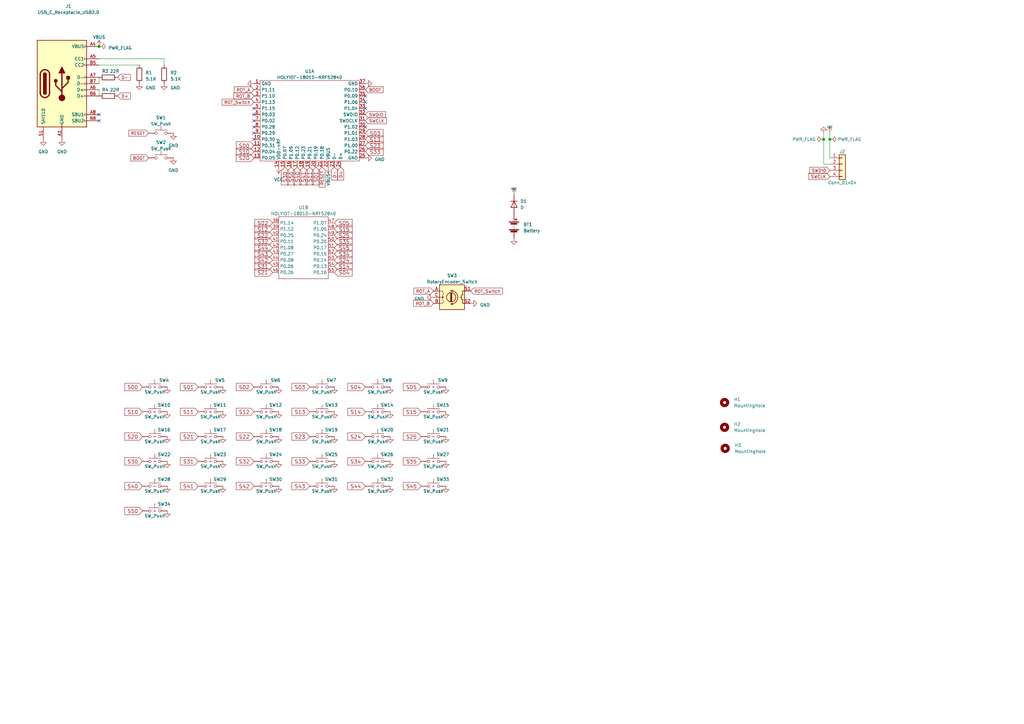
<source format=kicad_sch>
(kicad_sch (version 20210621) (generator eeschema)
  (paper "A3")
  (title_block (date "29 sep 2012"))
  (lib_symbols
    (symbol "Connector:USB_C_Receptacle_USB2.0" (pin_names (offset 1.016))
      (property "Reference" "J" (at -10.16 19.05 0))
      (property "Value" "USB_C_Receptacle_USB2.0" (at 19.05 19.05 0))
      (symbol "USB_C_Receptacle_USB2.0_0_0"
        (rectangle (start -0.254 -17.78) (end 0.254 -16.764))
        (rectangle (start 10.16 -14.986) (end 9.144 -15.494))
        (rectangle (start 10.16 -12.446) (end 9.144 -12.954))
        (rectangle (start 10.16 -4.826) (end 9.144 -5.334))
        (rectangle (start 10.16 -2.286) (end 9.144 -2.794))
        (rectangle (start 10.16 0.254) (end 9.144 -0.254))
        (rectangle (start 10.16 2.794) (end 9.144 2.286))
        (rectangle (start 10.16 7.874) (end 9.144 7.366))
        (rectangle (start 10.16 10.414) (end 9.144 9.906))
        (rectangle (start 10.16 15.494) (end 9.144 14.986))
      )
      (symbol "USB_C_Receptacle_USB2.0_0_1"
        (arc (start -8.89 -3.81) (end -5.08 -3.81) (radius (at -6.985 -3.81) (length 1.905) (angles -179.9 -0.1)) (stroke (width 0.508)))
        (arc (start -7.62 -3.81) (end -6.35 -3.81) (radius (at -6.985 -3.81) (length 0.635) (angles -179.9 -0.1)) (stroke (width 0.254)))
        (arc (start -6.35 3.81) (end -7.62 3.81) (radius (at -6.985 3.81) (length 0.635) (angles 0.1 179.9)) (stroke (width 0.254)))
        (arc (start -5.08 3.81) (end -8.89 3.81) (radius (at -6.985 3.81) (length 1.905) (angles 0.1 179.9)) (stroke (width 0.508)))
        (arc (start -7.62 -3.81) (end -6.35 -3.81) (radius (at -6.985 -3.81) (length 0.635) (angles -179.9 -0.1)) (stroke (width 0.254)) (fill (type outline)))
        (arc (start -6.35 3.81) (end -7.62 3.81) (radius (at -6.985 3.81) (length 0.635) (angles 0.1 179.9)) (stroke (width 0.254)) (fill (type outline)))
        (circle (center -2.54 1.143) (radius 0.635) (stroke (width 0.254)) (fill (type outline)))
        (circle (center 0 -5.842) (radius 1.27) (fill (type outline)))
        (rectangle (start -7.62 -3.81) (end -6.35 3.81) (stroke (width 0.254)) (fill (type outline)))
        (rectangle (start 1.905 1.778) (end 3.175 3.048) (stroke (width 0.254)) (fill (type outline)))
        (rectangle (start -10.16 17.78) (end 10.16 -17.78) (stroke (width 0.254)) (fill (type background)))
        (polyline (pts (xy -8.89 -3.81) (xy -8.89 3.81)) (stroke (width 0.508)))
        (polyline (pts (xy -5.08 3.81) (xy -5.08 -3.81)) (stroke (width 0.508)))
        (polyline (pts (xy 0 -5.842) (xy 0 4.318)) (stroke (width 0.508)))
        (polyline (pts (xy 0 -3.302) (xy -2.54 -0.762) (xy -2.54 0.508)) (stroke (width 0.508)))
        (polyline (pts (xy 0 -2.032) (xy 2.54 0.508) (xy 2.54 1.778)) (stroke (width 0.508)))
        (polyline (pts (xy -1.27 4.318) (xy 0 6.858) (xy 1.27 4.318) (xy -1.27 4.318)) (stroke (width 0.254)) (fill (type outline)))
      )
      (symbol "USB_C_Receptacle_USB2.0_1_1"
        (pin passive line (at 0 -22.86 90) (length 5.08) (name "GND") (number "A1"))
        (pin passive line (at 0 -22.86 90) (length 5.08) hide (name "GND") (number "A12"))
        (pin passive line (at 15.24 15.24 180) (length 5.08) (name "VBUS") (number "A4"))
        (pin bidirectional line (at 15.24 10.16 180) (length 5.08) (name "CC1") (number "A5"))
        (pin bidirectional line (at 15.24 -2.54 180) (length 5.08) (name "D+") (number "A6"))
        (pin bidirectional line (at 15.24 2.54 180) (length 5.08) (name "D-") (number "A7"))
        (pin bidirectional line (at 15.24 -12.7 180) (length 5.08) (name "SBU1") (number "A8"))
        (pin passive line (at 15.24 15.24 180) (length 5.08) hide (name "VBUS") (number "A9"))
        (pin passive line (at 0 -22.86 90) (length 5.08) hide (name "GND") (number "B1"))
        (pin passive line (at 0 -22.86 90) (length 5.08) hide (name "GND") (number "B12"))
        (pin passive line (at 15.24 15.24 180) (length 5.08) hide (name "VBUS") (number "B4"))
        (pin bidirectional line (at 15.24 7.62 180) (length 5.08) (name "CC2") (number "B5"))
        (pin bidirectional line (at 15.24 -5.08 180) (length 5.08) (name "D+") (number "B6"))
        (pin bidirectional line (at 15.24 0 180) (length 5.08) (name "D-") (number "B7"))
        (pin bidirectional line (at 15.24 -15.24 180) (length 5.08) (name "SBU2") (number "B8"))
        (pin passive line (at 15.24 15.24 180) (length 5.08) hide (name "VBUS") (number "B9"))
        (pin passive line (at -7.62 -22.86 90) (length 5.08) (name "SHIELD") (number "S1"))
      )
    )
    (symbol "Connector_Generic:Conn_01x04" (pin_names (offset 1.016) hide)
      (property "Reference" "J" (at 0 5.08 0))
      (property "Value" "Conn_01x04" (at 0 -7.62 0))
      (symbol "Conn_01x04_1_1"
        (rectangle (start -1.27 -4.953) (end 0 -5.207) (stroke (width 0.1524)))
        (rectangle (start -1.27 -2.413) (end 0 -2.667) (stroke (width 0.1524)))
        (rectangle (start -1.27 0.127) (end 0 -0.127) (stroke (width 0.1524)))
        (rectangle (start -1.27 2.667) (end 0 2.413) (stroke (width 0.1524)))
        (rectangle (start -1.27 3.81) (end 1.27 -6.35) (stroke (width 0.254)) (fill (type background)))
        (pin passive line (at -5.08 2.54 0) (length 3.81) (name "Pin_1") (number "1"))
        (pin passive line (at -5.08 0 0) (length 3.81) (name "Pin_2") (number "2"))
        (pin passive line (at -5.08 -2.54 0) (length 3.81) (name "Pin_3") (number "3"))
        (pin passive line (at -5.08 -5.08 0) (length 3.81) (name "Pin_4") (number "4"))
      )
    )
    (symbol "Device:Battery" (pin_numbers hide) (pin_names (offset 0) hide)
      (property "Reference" "BT" (at 2.54 2.54 0))
      (property "Value" "Battery" (at 2.54 0 0))
      (symbol "Battery_0_1"
        (rectangle (start -2.032 -1.397) (end 2.032 -1.651) (fill (type outline)))
        (rectangle (start -2.032 1.778) (end 2.032 1.524) (fill (type outline)))
        (rectangle (start -1.3208 -1.9812) (end 1.27 -2.4892) (fill (type outline)))
        (rectangle (start -1.3208 1.1938) (end 1.27 0.6858) (fill (type outline)))
        (polyline (pts (xy 0 -1.524) (xy 0 -1.27)))
        (polyline (pts (xy 0 -1.016) (xy 0 -0.762)))
        (polyline (pts (xy 0 -0.508) (xy 0 -0.254)))
        (polyline (pts (xy 0 0) (xy 0 0.254)))
        (polyline (pts (xy 0 0.508) (xy 0 0.762)))
        (polyline (pts (xy 0 1.778) (xy 0 2.54)))
        (polyline (pts (xy 0.254 2.667) (xy 1.27 2.667)) (stroke (width 0.254)))
        (polyline (pts (xy 0.762 3.175) (xy 0.762 2.159)) (stroke (width 0.254)))
      )
      (symbol "Battery_1_1"
        (pin passive line (at 0 5.08 270) (length 2.54) (name "+") (number "1"))
        (pin passive line (at 0 -5.08 90) (length 2.54) (name "-") (number "2"))
      )
    )
    (symbol "Device:D" (pin_numbers hide) (pin_names (offset 1.016) hide)
      (property "Reference" "D" (at 0 2.54 0))
      (property "Value" "D" (at 0 -2.54 0))
      (symbol "D_0_1"
        (polyline (pts (xy -1.27 1.27) (xy -1.27 -1.27)) (stroke (width 0.254)))
        (polyline (pts (xy 1.27 0) (xy -1.27 0)))
        (polyline (pts (xy 1.27 1.27) (xy 1.27 -1.27) (xy -1.27 0) (xy 1.27 1.27)) (stroke (width 0.254)))
      )
      (symbol "D_1_1"
        (pin passive line (at -3.81 0 0) (length 2.54) (name "K") (number "1"))
        (pin passive line (at 3.81 0 180) (length 2.54) (name "A") (number "2"))
      )
    )
    (symbol "Device:R" (pin_numbers hide) (pin_names (offset 0))
      (property "Reference" "R" (at 2.032 0 90))
      (property "Value" "R" (at 0 0 90))
      (symbol "R_0_1"
        (rectangle (start -1.016 -2.54) (end 1.016 2.54) (stroke (width 0.254)))
      )
      (symbol "R_1_1"
        (pin passive line (at 0 3.81 270) (length 1.27) (name "~") (number "1"))
        (pin passive line (at 0 -3.81 90) (length 1.27) (name "~") (number "2"))
      )
    )
    (symbol "Device:RotaryEncoder_Switch" (pin_names (offset 0.254) hide)
      (property "Reference" "SW" (at 0 6.604 0))
      (property "Value" "RotaryEncoder_Switch" (at 0 -6.604 0))
      (symbol "RotaryEncoder_Switch_0_1"
        (arc (start -0.381 -2.794) (end -0.381 2.667) (radius (at -0.381 -0.0508) (length 2.7432) (angles -89.9 89.9)) (stroke (width 0.254)))
        (circle (center -0.381 0) (radius 1.905) (stroke (width 0.254)))
        (circle (center 4.318 -1.016) (radius 0.127) (stroke (width 0.254)))
        (circle (center 4.318 1.016) (radius 0.127) (stroke (width 0.254)))
        (circle (center -3.81 0) (radius 0.254) (fill (type outline)))
        (rectangle (start -5.08 5.08) (end 5.08 -5.08) (stroke (width 0.254)) (fill (type background)))
        (polyline (pts (xy -0.635 -1.778) (xy -0.635 1.778)) (stroke (width 0.254)))
        (polyline (pts (xy -0.381 -1.778) (xy -0.381 1.778)) (stroke (width 0.254)))
        (polyline (pts (xy -0.127 1.778) (xy -0.127 -1.778)) (stroke (width 0.254)))
        (polyline (pts (xy 3.81 0) (xy 3.429 0)) (stroke (width 0.254)))
        (polyline (pts (xy 3.81 1.016) (xy 3.81 -1.016)) (stroke (width 0.254)))
        (polyline (pts (xy -5.08 -2.54) (xy -3.81 -2.54) (xy -3.81 -2.032)))
        (polyline (pts (xy -5.08 2.54) (xy -3.81 2.54) (xy -3.81 2.032)))
        (polyline (pts (xy 0.254 -3.048) (xy -0.508 -2.794) (xy 0.127 -2.413)) (stroke (width 0.254)))
        (polyline (pts (xy 0.254 2.921) (xy -0.508 2.667) (xy 0.127 2.286)) (stroke (width 0.254)))
        (polyline (pts (xy 5.08 -2.54) (xy 4.318 -2.54) (xy 4.318 -1.016)) (stroke (width 0.254)))
        (polyline (pts (xy 5.08 2.54) (xy 4.318 2.54) (xy 4.318 1.016)) (stroke (width 0.254)))
        (polyline (pts (xy -5.08 0) (xy -3.81 0) (xy -3.81 -1.016) (xy -3.302 -2.032)))
        (polyline (pts (xy -4.318 0) (xy -3.81 0) (xy -3.81 1.016) (xy -3.302 2.032)))
      )
      (symbol "RotaryEncoder_Switch_1_1"
        (pin passive line (at -7.62 2.54 0) (length 2.54) (name "A") (number "A"))
        (pin passive line (at -7.62 -2.54 0) (length 2.54) (name "B") (number "B"))
        (pin passive line (at -7.62 0 0) (length 2.54) (name "C") (number "C"))
        (pin passive line (at 7.62 2.54 180) (length 2.54) (name "S1") (number "S1"))
        (pin passive line (at 7.62 -2.54 180) (length 2.54) (name "S2") (number "S2"))
      )
    )
    (symbol "Mechanical:MountingHole" (pin_names (offset 1.016))
      (property "Reference" "H" (at 0 5.08 0))
      (property "Value" "MountingHole" (at 0 3.175 0))
      (symbol "MountingHole_0_1"
        (circle (center 0 0) (radius 1.27) (stroke (width 1.27)))
      )
    )
    (symbol "Switch:SW_Push" (pin_numbers hide) (pin_names (offset 1.016) hide)
      (property "Reference" "SW" (at 1.27 2.54 0))
      (property "Value" "SW_Push" (at 0 -1.524 0))
      (symbol "SW_Push_0_1"
        (circle (center -2.032 0) (radius 0.508))
        (circle (center 2.032 0) (radius 0.508))
        (polyline (pts (xy 0 1.27) (xy 0 3.048)))
        (polyline (pts (xy 2.54 1.27) (xy -2.54 1.27)))
        (pin passive line (at -5.08 0 0) (length 2.54) (name "1") (number "1"))
        (pin passive line (at 5.08 0 180) (length 2.54) (name "2") (number "2"))
      )
    )
    (symbol "blackwing:HOLYIOT-18010-NRF52840"
      (property "Reference" "U" (at 0 0 0))
      (property "Value" "HOLYIOT-18010-NRF52840" (at 0 0 0))
      (symbol "HOLYIOT-18010-NRF52840_1_1"
        (rectangle (start -20.32 -2.54) (end 20.32 -35.56) (stroke (width 0.1524)))
        (pin power_in line (at -22.86 -3.81 0) (length 2.54) (name "GND") (number "1"))
        (pin bidirectional line (at -22.86 -26.67 0) (length 2.54) (name "P0.30") (number "10"))
        (pin bidirectional line (at -22.86 -29.21 0) (length 2.54) (name "P0.31") (number "11"))
        (pin bidirectional line (at -22.86 -31.75 0) (length 2.54) (name "P0.04") (number "12"))
        (pin bidirectional line (at -22.86 -34.29 0) (length 2.54) (name "P0.05") (number "13"))
        (pin power_in line (at -12.7 -38.1 90) (length 2.54) (name "VDD-nRF") (number "14"))
        (pin bidirectional line (at -10.16 -38.1 90) (length 2.54) (name "P0.07") (number "15"))
        (pin bidirectional line (at -7.62 -38.1 90) (length 2.54) (name "P1.09") (number "16"))
        (pin bidirectional line (at -5.08 -38.1 90) (length 2.54) (name "P0.12") (number "17"))
        (pin bidirectional line (at -2.54 -38.1 90) (length 2.54) (name "P0.23") (number "18"))
        (pin bidirectional line (at 0 -38.1 90) (length 2.54) (name "P0.21") (number "19"))
        (pin bidirectional line (at -22.86 -6.35 0) (length 2.54) (name "P1.11") (number "2"))
        (pin bidirectional line (at 2.54 -38.1 90) (length 2.54) (name "P0.19") (number "20"))
        (pin bidirectional line (at 5.08 -38.1 90) (length 2.54) (name "P0.18") (number "21"))
        (pin power_in line (at 7.62 -38.1 90) (length 2.54) (name "VBUS") (number "22"))
        (pin bidirectional line (at 10.16 -38.1 90) (length 2.54) (name "D-") (number "23"))
        (pin bidirectional line (at 12.7 -38.1 90) (length 2.54) (name "D+") (number "24"))
        (pin power_in line (at 22.86 -34.29 180) (length 2.54) (name "GND") (number "25"))
        (pin bidirectional line (at 22.86 -31.75 180) (length 2.54) (name "P0.22") (number "26"))
        (pin bidirectional line (at 22.86 -29.21 180) (length 2.54) (name "P1.00") (number "27"))
        (pin bidirectional line (at 22.86 -26.67 180) (length 2.54) (name "P1.03") (number "28"))
        (pin bidirectional line (at 22.86 -24.13 180) (length 2.54) (name "P1.01") (number "29"))
        (pin bidirectional line (at -22.86 -8.89 0) (length 2.54) (name "P1.10") (number "3"))
        (pin bidirectional line (at 22.86 -21.59 180) (length 2.54) (name "P1.02") (number "30"))
        (pin bidirectional line (at 22.86 -19.05 180) (length 2.54) (name "SWDCLK") (number "31"))
        (pin bidirectional line (at 22.86 -16.51 180) (length 2.54) (name "SWDIO") (number "32"))
        (pin bidirectional line (at 22.86 -13.97 180) (length 2.54) (name "P1.04") (number "33"))
        (pin bidirectional line (at 22.86 -11.43 180) (length 2.54) (name "P1.06") (number "34"))
        (pin bidirectional line (at 22.86 -8.89 180) (length 2.54) (name "P0.09") (number "35"))
        (pin bidirectional line (at 22.86 -6.35 180) (length 2.54) (name "P0.10") (number "36"))
        (pin power_in line (at 22.86 -3.81 180) (length 2.54) (name "GND") (number "37"))
        (pin bidirectional line (at -22.86 -11.43 0) (length 2.54) (name "P1.13") (number "4"))
        (pin bidirectional line (at -22.86 -13.97 0) (length 2.54) (name "P1.15") (number "5"))
        (pin bidirectional line (at -22.86 -16.51 0) (length 2.54) (name "P0.03") (number "6"))
        (pin bidirectional line (at -22.86 -19.05 0) (length 2.54) (name "P0.02") (number "7"))
        (pin bidirectional line (at -22.86 -21.59 0) (length 2.54) (name "P0.28") (number "8"))
        (pin bidirectional line (at -22.86 -24.13 0) (length 2.54) (name "P0.29") (number "9"))
      )
      (symbol "HOLYIOT-18010-NRF52840_2_1"
        (rectangle (start 10.16 -27.94) (end -10.16 -2.54) (stroke (width 0.1524)))
        (pin bidirectional line (at -12.7 -5.08 0) (length 2.54) (name "P1.14") (number "38"))
        (pin bidirectional line (at -12.7 -7.62 0) (length 2.54) (name "P1.12") (number "39"))
        (pin bidirectional line (at -12.7 -10.16 0) (length 2.54) (name "P0.25") (number "40"))
        (pin bidirectional line (at -12.7 -12.7 0) (length 2.54) (name "P0.11") (number "41"))
        (pin bidirectional line (at -12.7 -15.24 0) (length 2.54) (name "P1.08") (number "42"))
        (pin bidirectional line (at -12.7 -17.78 0) (length 2.54) (name "P0.27") (number "43"))
        (pin bidirectional line (at -12.7 -20.32 0) (length 2.54) (name "P0.08") (number "44"))
        (pin bidirectional line (at -12.7 -22.86 0) (length 2.54) (name "P0.06") (number "45"))
        (pin bidirectional line (at -12.7 -25.4 0) (length 2.54) (name "P0.26") (number "46"))
        (pin bidirectional line (at 12.7 -5.08 180) (length 2.54) (name "P1.07") (number "47"))
        (pin bidirectional line (at 12.7 -7.62 180) (length 2.54) (name "P1.05") (number "48"))
        (pin bidirectional line (at 12.7 -10.16 180) (length 2.54) (name "P0.24") (number "49"))
        (pin bidirectional line (at 12.7 -12.7 180) (length 2.54) (name "P0.20") (number "50"))
        (pin bidirectional line (at 12.7 -15.24 180) (length 2.54) (name "P0.17") (number "51"))
        (pin bidirectional line (at 12.7 -17.78 180) (length 2.54) (name "P0.15") (number "52"))
        (pin bidirectional line (at 12.7 -20.32 180) (length 2.54) (name "P0.14") (number "53"))
        (pin bidirectional line (at 12.7 -22.86 180) (length 2.54) (name "P0.13") (number "54"))
        (pin bidirectional line (at 12.7 -25.4 180) (length 2.54) (name "P0.16") (number "55"))
      )
    )
    (symbol "power:GND" (power) (pin_names (offset 0))
      (property "Value" "GND" (at 0 -3.81 0))
      (symbol "GND_0_1"
        (polyline (pts (xy 0 0) (xy 0 -1.27) (xy 1.27 -1.27) (xy 0 -2.54) (xy -1.27 -1.27) (xy 0 -1.27)))
      )
      (symbol "GND_1_1"
        (pin power_in line (at 0 0 270) (length 0) hide (name "GND") (number "1"))
      )
    )
    (symbol "power:PWR_FLAG" (power) (pin_numbers hide) (pin_names (offset 0) hide)
      (property "Value" "PWR_FLAG" (at 0 3.81 0))
      (symbol "PWR_FLAG_0_0"
        (pin power_out line (at 0 0 90) (length 0) (name "pwr") (number "1"))
      )
      (symbol "PWR_FLAG_0_1"
        (polyline (pts (xy 0 0) (xy 0 1.27) (xy -1.016 1.905) (xy 0 2.54) (xy 1.016 1.905) (xy 0 1.27)))
      )
    )
    (symbol "power:VBUS" (power) (pin_names (offset 0))
      (property "Value" "VBUS" (at 0 3.81 0))
      (symbol "VBUS_0_1"
        (polyline (pts (xy -0.762 1.27) (xy 0 2.54)))
        (polyline (pts (xy 0 0) (xy 0 2.54)))
        (polyline (pts (xy 0 2.54) (xy 0.762 1.27)))
      )
      (symbol "VBUS_1_1"
        (pin power_in line (at 0 0 90) (length 0) hide (name "VBUS") (number "1"))
      )
    )
    (symbol "power:VCC" (power) (pin_names (offset 0))
      (property "Value" "VCC" (at 0 3.81 0))
      (symbol "VCC_0_1"
        (polyline (pts (xy -0.762 1.27) (xy 0 2.54)))
        (polyline (pts (xy 0 0) (xy 0 2.54)))
        (polyline (pts (xy 0 2.54) (xy 0.762 1.27)))
      )
      (symbol "VCC_1_1"
        (pin power_in line (at 0 0 90) (length 0) hide (name "VCC") (number "1"))
      )
    )
  )
  (junction (at 40.64 19.05) (diameter 1.016))
  (junction (at 337.82 57.15) (diameter 1.016))
  (junction (at 340.36 57.15) (diameter 1.016))
  (no_connect (at 40.64 46.99))
  (no_connect (at 40.64 49.53))
  (no_connect (at 104.14 44.45))
  (no_connect (at 104.14 46.99))
  (no_connect (at 104.14 49.53))
  (no_connect (at 104.14 52.07))
  (no_connect (at 104.14 54.61))
  (no_connect (at 104.14 57.15))
  (no_connect (at 149.86 39.37))
  (no_connect (at 149.86 41.91))
  (no_connect (at 149.86 44.45))
  (no_connect (at 149.86 52.07))
  (wire (pts (xy 40.64 24.13) (xy 67.31 24.13)))
  (wire (pts (xy 40.64 26.67) (xy 57.15 26.67)))
  (wire (pts (xy 40.64 31.75) (xy 40.64 34.29)))
  (wire (pts (xy 40.64 36.83) (xy 40.64 39.37)))
  (wire (pts (xy 67.31 24.13) (xy 67.31 26.67)))
  (wire (pts (xy 337.82 54.61) (xy 337.82 57.15)))
  (wire (pts (xy 337.82 57.15) (xy 337.82 67.31)))
  (wire (pts (xy 337.82 67.31) (xy 340.36 67.31)))
  (wire (pts (xy 340.36 54.61) (xy 340.36 57.15)))
  (wire (pts (xy 340.36 57.15) (xy 340.36 64.77)))
  (global_label "D-" (shape input) (at 48.26 31.75 0) (property "Intersheet References" "${INTERSHEET_REFS}" (effects hide)))
  (global_label "D+" (shape input) (at 48.26 39.37 0) (property "Intersheet References" "${INTERSHEET_REFS}" (effects hide)))
  (global_label "S00" (shape input) (at 58.42 158.75 180) (effects (font (size 1.524 1.524))) (property "Intersheet References" "${INTERSHEET_REFS}" (effects hide)))
  (global_label "S10" (shape input) (at 58.42 168.91 180) (effects (font (size 1.524 1.524))) (property "Intersheet References" "${INTERSHEET_REFS}" (effects hide)))
  (global_label "S20" (shape input) (at 58.42 179.07 180) (effects (font (size 1.524 1.524))) (property "Intersheet References" "${INTERSHEET_REFS}" (effects hide)))
  (global_label "S30" (shape input) (at 58.42 189.23 180) (effects (font (size 1.524 1.524))) (property "Intersheet References" "${INTERSHEET_REFS}" (effects hide)))
  (global_label "S40" (shape input) (at 58.42 199.39 180) (effects (font (size 1.524 1.524))) (property "Intersheet References" "${INTERSHEET_REFS}" (effects hide)))
  (global_label "S50" (shape input) (at 58.42 209.55 180) (effects (font (size 1.524 1.524))) (property "Intersheet References" "${INTERSHEET_REFS}" (effects hide)))
  (global_label "RESET" (shape input) (at 60.96 54.61 180) (property "Intersheet References" "${INTERSHEET_REFS}" (effects hide)))
  (global_label "BOOT" (shape input) (at 60.96 64.77 180) (property "Intersheet References" "${INTERSHEET_REFS}" (effects hide)))
  (global_label "S01" (shape input) (at 81.28 158.75 180) (effects (font (size 1.524 1.524))) (property "Intersheet References" "${INTERSHEET_REFS}" (effects hide)))
  (global_label "S11" (shape input) (at 81.28 168.91 180) (effects (font (size 1.524 1.524))) (property "Intersheet References" "${INTERSHEET_REFS}" (effects hide)))
  (global_label "S21" (shape input) (at 81.28 179.07 180) (effects (font (size 1.524 1.524))) (property "Intersheet References" "${INTERSHEET_REFS}" (effects hide)))
  (global_label "S31" (shape input) (at 81.28 189.23 180) (effects (font (size 1.524 1.524))) (property "Intersheet References" "${INTERSHEET_REFS}" (effects hide)))
  (global_label "S41" (shape input) (at 81.28 199.39 180) (effects (font (size 1.524 1.524))) (property "Intersheet References" "${INTERSHEET_REFS}" (effects hide)))
  (global_label "ROT_A" (shape input) (at 104.14 36.83 180) (property "Intersheet References" "${INTERSHEET_REFS}" (effects hide)))
  (global_label "ROT_B" (shape input) (at 104.14 39.37 180) (property "Intersheet References" "${INTERSHEET_REFS}" (effects hide)))
  (global_label "ROT_Switch" (shape input) (at 104.14 41.91 180) (property "Intersheet References" "${INTERSHEET_REFS}" (effects hide)))
  (global_label "S00" (shape input) (at 104.14 59.69 180) (effects (font (size 1.524 1.524))) (property "Intersheet References" "${INTERSHEET_REFS}" (effects hide)))
  (global_label "S10" (shape input) (at 104.14 62.23 180) (effects (font (size 1.524 1.524))) (property "Intersheet References" "${INTERSHEET_REFS}" (effects hide)))
  (global_label "S20" (shape input) (at 104.14 64.77 180) (effects (font (size 1.524 1.524))) (property "Intersheet References" "${INTERSHEET_REFS}" (effects hide)))
  (global_label "S02" (shape input) (at 104.14 158.75 180) (effects (font (size 1.524 1.524))) (property "Intersheet References" "${INTERSHEET_REFS}" (effects hide)))
  (global_label "S12" (shape input) (at 104.14 168.91 180) (effects (font (size 1.524 1.524))) (property "Intersheet References" "${INTERSHEET_REFS}" (effects hide)))
  (global_label "S22" (shape input) (at 104.14 179.07 180) (effects (font (size 1.524 1.524))) (property "Intersheet References" "${INTERSHEET_REFS}" (effects hide)))
  (global_label "S32" (shape input) (at 104.14 189.23 180) (effects (font (size 1.524 1.524))) (property "Intersheet References" "${INTERSHEET_REFS}" (effects hide)))
  (global_label "S42" (shape input) (at 104.14 199.39 180) (effects (font (size 1.524 1.524))) (property "Intersheet References" "${INTERSHEET_REFS}" (effects hide)))
  (global_label "S02" (shape input) (at 111.76 91.44 180) (effects (font (size 1.524 1.524))) (property "Intersheet References" "${INTERSHEET_REFS}" (effects hide)))
  (global_label "S12" (shape input) (at 111.76 93.98 180) (effects (font (size 1.524 1.524))) (property "Intersheet References" "${INTERSHEET_REFS}" (effects hide)))
  (global_label "S22" (shape input) (at 111.76 96.52 180) (effects (font (size 1.524 1.524))) (property "Intersheet References" "${INTERSHEET_REFS}" (effects hide)))
  (global_label "S32" (shape input) (at 111.76 99.06 180) (effects (font (size 1.524 1.524))) (property "Intersheet References" "${INTERSHEET_REFS}" (effects hide)))
  (global_label "S44" (shape input) (at 111.76 101.6 180) (effects (font (size 1.524 1.524))) (property "Intersheet References" "${INTERSHEET_REFS}" (effects hide)))
  (global_label "S43" (shape input) (at 111.76 104.14 180) (effects (font (size 1.524 1.524))) (property "Intersheet References" "${INTERSHEET_REFS}" (effects hide)))
  (global_label "S42" (shape input) (at 111.76 106.68 180) (effects (font (size 1.524 1.524))) (property "Intersheet References" "${INTERSHEET_REFS}" (effects hide)))
  (global_label "S31" (shape input) (at 111.76 109.22 180) (effects (font (size 1.524 1.524))) (property "Intersheet References" "${INTERSHEET_REFS}" (effects hide)))
  (global_label "S21" (shape input) (at 111.76 111.76 180) (effects (font (size 1.524 1.524))) (property "Intersheet References" "${INTERSHEET_REFS}" (effects hide)))
  (global_label "S30" (shape input) (at 116.84 68.58 270) (effects (font (size 1.524 1.524))) (property "Intersheet References" "${INTERSHEET_REFS}" (effects hide)))
  (global_label "S50" (shape input) (at 119.38 68.58 270) (effects (font (size 1.524 1.524))) (property "Intersheet References" "${INTERSHEET_REFS}" (effects hide)))
  (global_label "S40" (shape input) (at 121.92 68.58 270) (effects (font (size 1.524 1.524))) (property "Intersheet References" "${INTERSHEET_REFS}" (effects hide)))
  (global_label "S41" (shape input) (at 124.46 68.58 270) (effects (font (size 1.524 1.524))) (property "Intersheet References" "${INTERSHEET_REFS}" (effects hide)))
  (global_label "S11" (shape input) (at 127 68.58 270) (effects (font (size 1.524 1.524))) (property "Intersheet References" "${INTERSHEET_REFS}" (effects hide)))
  (global_label "S03" (shape input) (at 127 158.75 180) (effects (font (size 1.524 1.524))) (property "Intersheet References" "${INTERSHEET_REFS}" (effects hide)))
  (global_label "S13" (shape input) (at 127 168.91 180) (effects (font (size 1.524 1.524))) (property "Intersheet References" "${INTERSHEET_REFS}" (effects hide)))
  (global_label "S23" (shape input) (at 127 179.07 180) (effects (font (size 1.524 1.524))) (property "Intersheet References" "${INTERSHEET_REFS}" (effects hide)))
  (global_label "S33" (shape input) (at 127 189.23 180) (effects (font (size 1.524 1.524))) (property "Intersheet References" "${INTERSHEET_REFS}" (effects hide)))
  (global_label "S43" (shape input) (at 127 199.39 180) (effects (font (size 1.524 1.524))) (property "Intersheet References" "${INTERSHEET_REFS}" (effects hide)))
  (global_label "S01" (shape input) (at 129.54 68.58 270) (effects (font (size 1.524 1.524))) (property "Intersheet References" "${INTERSHEET_REFS}" (effects hide)))
  (global_label "RESET" (shape input) (at 132.08 68.58 270) (property "Intersheet References" "${INTERSHEET_REFS}" (effects hide)))
  (global_label "D-" (shape input) (at 137.16 68.58 270) (property "Intersheet References" "${INTERSHEET_REFS}" (effects hide)))
  (global_label "S05" (shape input) (at 137.16 91.44 0) (effects (font (size 1.524 1.524))) (property "Intersheet References" "${INTERSHEET_REFS}" (effects hide)))
  (global_label "S15" (shape input) (at 137.16 93.98 0) (effects (font (size 1.524 1.524))) (property "Intersheet References" "${INTERSHEET_REFS}" (effects hide)))
  (global_label "S25" (shape input) (at 137.16 96.52 0) (effects (font (size 1.524 1.524))) (property "Intersheet References" "${INTERSHEET_REFS}" (effects hide)))
  (global_label "S35" (shape input) (at 137.16 99.06 0) (effects (font (size 1.524 1.524))) (property "Intersheet References" "${INTERSHEET_REFS}" (effects hide)))
  (global_label "S45" (shape input) (at 137.16 101.6 0) (effects (font (size 1.524 1.524))) (property "Intersheet References" "${INTERSHEET_REFS}" (effects hide)))
  (global_label "S34" (shape input) (at 137.16 104.14 0) (effects (font (size 1.524 1.524))) (property "Intersheet References" "${INTERSHEET_REFS}" (effects hide)))
  (global_label "S24" (shape input) (at 137.16 106.68 0) (effects (font (size 1.524 1.524))) (property "Intersheet References" "${INTERSHEET_REFS}" (effects hide)))
  (global_label "S14" (shape input) (at 137.16 109.22 0) (effects (font (size 1.524 1.524))) (property "Intersheet References" "${INTERSHEET_REFS}" (effects hide)))
  (global_label "S04" (shape input) (at 137.16 111.76 0) (effects (font (size 1.524 1.524))) (property "Intersheet References" "${INTERSHEET_REFS}" (effects hide)))
  (global_label "D+" (shape input) (at 139.7 68.58 270) (property "Intersheet References" "${INTERSHEET_REFS}" (effects hide)))
  (global_label "BOOT" (shape input) (at 149.86 36.83 0) (property "Intersheet References" "${INTERSHEET_REFS}" (effects hide)))
  (global_label "SWDIO" (shape input) (at 149.86 46.99 0) (property "Intersheet References" "${INTERSHEET_REFS}" (effects hide)))
  (global_label "SWCLK" (shape input) (at 149.86 49.53 0) (property "Intersheet References" "${INTERSHEET_REFS}" (effects hide)))
  (global_label "S03" (shape input) (at 149.86 54.61 0) (effects (font (size 1.524 1.524))) (property "Intersheet References" "${INTERSHEET_REFS}" (effects hide)))
  (global_label "S13" (shape input) (at 149.86 57.15 0) (effects (font (size 1.524 1.524))) (property "Intersheet References" "${INTERSHEET_REFS}" (effects hide)))
  (global_label "S23" (shape input) (at 149.86 59.69 0) (effects (font (size 1.524 1.524))) (property "Intersheet References" "${INTERSHEET_REFS}" (effects hide)))
  (global_label "S33" (shape input) (at 149.86 62.23 0) (effects (font (size 1.524 1.524))) (property "Intersheet References" "${INTERSHEET_REFS}" (effects hide)))
  (global_label "S04" (shape input) (at 149.86 158.75 180) (effects (font (size 1.524 1.524))) (property "Intersheet References" "${INTERSHEET_REFS}" (effects hide)))
  (global_label "S14" (shape input) (at 149.86 168.91 180) (effects (font (size 1.524 1.524))) (property "Intersheet References" "${INTERSHEET_REFS}" (effects hide)))
  (global_label "S24" (shape input) (at 149.86 179.07 180) (effects (font (size 1.524 1.524))) (property "Intersheet References" "${INTERSHEET_REFS}" (effects hide)))
  (global_label "S34" (shape input) (at 149.86 189.23 180) (effects (font (size 1.524 1.524))) (property "Intersheet References" "${INTERSHEET_REFS}" (effects hide)))
  (global_label "S44" (shape input) (at 149.86 199.39 180) (effects (font (size 1.524 1.524))) (property "Intersheet References" "${INTERSHEET_REFS}" (effects hide)))
  (global_label "S05" (shape input) (at 172.72 158.75 180) (effects (font (size 1.524 1.524))) (property "Intersheet References" "${INTERSHEET_REFS}" (effects hide)))
  (global_label "S15" (shape input) (at 172.72 168.91 180) (effects (font (size 1.524 1.524))) (property "Intersheet References" "${INTERSHEET_REFS}" (effects hide)))
  (global_label "S25" (shape input) (at 172.72 179.07 180) (effects (font (size 1.524 1.524))) (property "Intersheet References" "${INTERSHEET_REFS}" (effects hide)))
  (global_label "S35" (shape input) (at 172.72 189.23 180) (effects (font (size 1.524 1.524))) (property "Intersheet References" "${INTERSHEET_REFS}" (effects hide)))
  (global_label "S45" (shape input) (at 172.72 199.39 180) (effects (font (size 1.524 1.524))) (property "Intersheet References" "${INTERSHEET_REFS}" (effects hide)))
  (global_label "ROT_A" (shape input) (at 177.8 119.38 180) (property "Intersheet References" "${INTERSHEET_REFS}" (effects hide)))
  (global_label "ROT_B" (shape input) (at 177.8 124.46 180) (property "Intersheet References" "${INTERSHEET_REFS}" (effects hide)))
  (global_label "ROT_Switch" (shape input) (at 193.04 119.38 0) (property "Intersheet References" "${INTERSHEET_REFS}" (effects hide)))
  (global_label "SWDIO" (shape input) (at 340.36 69.85 180) (property "Intersheet References" "${INTERSHEET_REFS}" (effects hide)))
  (global_label "SWCLK" (shape input) (at 340.36 72.39 180) (property "Intersheet References" "${INTERSHEET_REFS}" (effects hide)))
  (symbol (lib_id "power:VBUS") (at 40.64 19.05 0) (unit 1)
    (property "Reference" "#PWR01" (effects hide))
    (property "Value" "VBUS" (at 40.64 15.24 0))
  )
  (symbol (lib_id "power:VCC") (at 114.3 68.58 180) (unit 1)
    (property "Reference" "#PWR013" (effects hide))
    (property "Value" "VCC" (at 114.3 73.66 0))
  )
  (symbol (lib_id "power:VBUS") (at 134.62 68.58 180) (unit 1)
    (property "Reference" "#PWR014" (effects hide))
    (property "Value" "VBUS" (at 134.62 73.66 90))
  )
  (symbol (lib_id "power:VCC") (at 210.82 80.01 0) (mirror y) (unit 1)
    (property "Reference" "#PWR0101" (effects hide))
    (property "Value" "VCC" (at 210.82 77.47 0) (effects (font (size 0.762 0.762))))
  )
  (symbol (lib_id "power:VCC") (at 340.36 54.61 0) (mirror y) (unit 1)
    (property "Reference" "#PWR08" (effects hide))
    (property "Value" "VCC" (at 340.36 52.07 0) (effects (font (size 0.762 0.762))))
  )
  (symbol (lib_id "power:PWR_FLAG") (at 40.64 19.05 270) (unit 1)
    (property "Reference" "#FLG01" (effects hide))
    (property "Value" "PWR_FLAG" (at 44.45 19.6849 90) (effects (justify left)))
  )
  (symbol (lib_id "power:PWR_FLAG") (at 337.82 57.15 90) (unit 1)
    (property "Reference" "#FLG02" (effects hide))
    (property "Value" "PWR_FLAG" (at 334.5688 57.15 90) (effects (justify left)))
  )
  (symbol (lib_id "power:PWR_FLAG") (at 340.36 57.15 270) (unit 1)
    (property "Reference" "#FLG03" (effects hide))
    (property "Value" "PWR_FLAG" (at 343.6112 57.15 90) (effects (justify left)))
  )
  (symbol (lib_id "power:GND") (at 17.78 57.15 0) (unit 1)
    (property "Reference" "#PWR09" (effects hide))
    (property "Value" "GND" (at 17.78 62.23 0))
  )
  (symbol (lib_id "power:GND") (at 25.4 57.15 0) (unit 1)
    (property "Reference" "#PWR010" (effects hide))
    (property "Value" "GND" (at 25.4 62.23 0))
  )
  (symbol (lib_id "power:GND") (at 57.15 34.29 0) (unit 1)
    (property "Reference" "#PWR02" (effects hide))
    (property "Value" "GND" (at 59.69 36.0044 0) (effects (justify left)))
  )
  (symbol (lib_id "power:GND") (at 67.31 34.29 0) (unit 1)
    (property "Reference" "#PWR03" (effects hide))
    (property "Value" "GND" (at 69.85 36.0044 0) (effects (justify left)))
  )
  (symbol (lib_id "power:GND") (at 68.58 158.75 0) (unit 1)
    (property "Reference" "#PWR019" (effects hide))
    (property "Value" "GND" (effects hide))
  )
  (symbol (lib_id "power:GND") (at 68.58 168.91 0) (unit 1)
    (property "Reference" "#PWR025" (effects hide))
    (property "Value" "GND" (effects hide))
  )
  (symbol (lib_id "power:GND") (at 68.58 179.07 0) (unit 1)
    (property "Reference" "#PWR031" (effects hide))
    (property "Value" "GND" (effects hide))
  )
  (symbol (lib_id "power:GND") (at 68.58 189.23 0) (unit 1)
    (property "Reference" "#PWR037" (effects hide))
    (property "Value" "GND" (effects hide))
  )
  (symbol (lib_id "power:GND") (at 68.58 199.39 0) (unit 1)
    (property "Reference" "#PWR043" (effects hide))
    (property "Value" "GND" (effects hide))
  )
  (symbol (lib_id "power:GND") (at 68.58 209.55 0) (unit 1)
    (property "Reference" "#PWR049" (effects hide))
    (property "Value" "GND" (effects hide))
  )
  (symbol (lib_id "power:GND") (at 71.12 54.61 0) (unit 1)
    (property "Reference" "#PWR06" (effects hide))
    (property "Value" "GND" (at 71.12 59.69 0))
  )
  (symbol (lib_id "power:GND") (at 71.12 64.77 0) (unit 1)
    (property "Reference" "#PWR011" (effects hide))
    (property "Value" "GND" (at 71.12 69.85 0))
  )
  (symbol (lib_id "power:GND") (at 91.44 158.75 0) (unit 1)
    (property "Reference" "#PWR020" (effects hide))
    (property "Value" "GND" (effects hide))
  )
  (symbol (lib_id "power:GND") (at 91.44 168.91 0) (unit 1)
    (property "Reference" "#PWR026" (effects hide))
    (property "Value" "GND" (effects hide))
  )
  (symbol (lib_id "power:GND") (at 91.44 179.07 0) (unit 1)
    (property "Reference" "#PWR032" (effects hide))
    (property "Value" "GND" (effects hide))
  )
  (symbol (lib_id "power:GND") (at 91.44 189.23 0) (unit 1)
    (property "Reference" "#PWR038" (effects hide))
    (property "Value" "GND" (effects hide))
  )
  (symbol (lib_id "power:GND") (at 91.44 199.39 0) (unit 1)
    (property "Reference" "#PWR044" (effects hide))
    (property "Value" "GND" (effects hide))
  )
  (symbol (lib_id "power:GND") (at 104.14 34.29 270) (unit 1)
    (property "Reference" "#PWR04" (effects hide))
    (property "Value" "GND" (effects hide))
  )
  (symbol (lib_id "power:GND") (at 114.3 158.75 0) (unit 1)
    (property "Reference" "#PWR021" (effects hide))
    (property "Value" "GND" (effects hide))
  )
  (symbol (lib_id "power:GND") (at 114.3 168.91 0) (unit 1)
    (property "Reference" "#PWR027" (effects hide))
    (property "Value" "GND" (effects hide))
  )
  (symbol (lib_id "power:GND") (at 114.3 179.07 0) (unit 1)
    (property "Reference" "#PWR033" (effects hide))
    (property "Value" "GND" (effects hide))
  )
  (symbol (lib_id "power:GND") (at 114.3 189.23 0) (unit 1)
    (property "Reference" "#PWR039" (effects hide))
    (property "Value" "GND" (effects hide))
  )
  (symbol (lib_id "power:GND") (at 114.3 199.39 0) (unit 1)
    (property "Reference" "#PWR045" (effects hide))
    (property "Value" "GND" (effects hide))
  )
  (symbol (lib_id "power:GND") (at 137.16 158.75 0) (unit 1)
    (property "Reference" "#PWR022" (effects hide))
    (property "Value" "GND" (effects hide))
  )
  (symbol (lib_id "power:GND") (at 137.16 168.91 0) (unit 1)
    (property "Reference" "#PWR028" (effects hide))
    (property "Value" "GND" (effects hide))
  )
  (symbol (lib_id "power:GND") (at 137.16 179.07 0) (unit 1)
    (property "Reference" "#PWR034" (effects hide))
    (property "Value" "GND" (effects hide))
  )
  (symbol (lib_id "power:GND") (at 137.16 189.23 0) (unit 1)
    (property "Reference" "#PWR040" (effects hide))
    (property "Value" "GND" (effects hide))
  )
  (symbol (lib_id "power:GND") (at 137.16 199.39 0) (unit 1)
    (property "Reference" "#PWR046" (effects hide))
    (property "Value" "GND" (effects hide))
  )
  (symbol (lib_id "power:GND") (at 149.86 34.29 90) (unit 1)
    (property "Reference" "#PWR05" (effects hide))
    (property "Value" "GND" (effects hide))
  )
  (symbol (lib_id "power:GND") (at 149.86 64.77 90) (unit 1)
    (property "Reference" "#PWR012" (effects hide))
    (property "Value" "GND" (at 153.67 65.4049 90) (effects (justify right)))
  )
  (symbol (lib_id "power:GND") (at 160.02 158.75 0) (unit 1)
    (property "Reference" "#PWR023" (effects hide))
    (property "Value" "GND" (effects hide))
  )
  (symbol (lib_id "power:GND") (at 160.02 168.91 0) (unit 1)
    (property "Reference" "#PWR029" (effects hide))
    (property "Value" "GND" (effects hide))
  )
  (symbol (lib_id "power:GND") (at 160.02 179.07 0) (unit 1)
    (property "Reference" "#PWR035" (effects hide))
    (property "Value" "GND" (effects hide))
  )
  (symbol (lib_id "power:GND") (at 160.02 189.23 0) (unit 1)
    (property "Reference" "#PWR041" (effects hide))
    (property "Value" "GND" (effects hide))
  )
  (symbol (lib_id "power:GND") (at 160.02 199.39 0) (unit 1)
    (property "Reference" "#PWR047" (effects hide))
    (property "Value" "GND" (effects hide))
  )
  (symbol (lib_id "power:GND") (at 177.8 121.92 270) (unit 1)
    (property "Reference" "#PWR017" (effects hide))
    (property "Value" "GND" (at 173.99 122.5549 90) (effects (justify right)))
  )
  (symbol (lib_id "power:GND") (at 182.88 158.75 0) (unit 1)
    (property "Reference" "#PWR024" (effects hide))
    (property "Value" "GND" (effects hide))
  )
  (symbol (lib_id "power:GND") (at 182.88 168.91 0) (unit 1)
    (property "Reference" "#PWR030" (effects hide))
    (property "Value" "GND" (effects hide))
  )
  (symbol (lib_id "power:GND") (at 182.88 179.07 0) (unit 1)
    (property "Reference" "#PWR036" (effects hide))
    (property "Value" "GND" (effects hide))
  )
  (symbol (lib_id "power:GND") (at 182.88 189.23 0) (unit 1)
    (property "Reference" "#PWR042" (effects hide))
    (property "Value" "GND" (effects hide))
  )
  (symbol (lib_id "power:GND") (at 182.88 199.39 0) (unit 1)
    (property "Reference" "#PWR048" (effects hide))
    (property "Value" "GND" (effects hide))
  )
  (symbol (lib_id "power:GND") (at 193.04 124.46 90) (unit 1)
    (property "Reference" "#PWR018" (effects hide))
    (property "Value" "GND" (at 196.85 125.0949 90) (effects (justify right)))
  )
  (symbol (lib_id "power:GND") (at 210.82 97.79 0) (unit 1)
    (property "Reference" "#PWR016" (effects hide))
    (property "Value" "GND" (effects hide))
  )
  (symbol (lib_id "power:GND") (at 337.82 54.61 0) (mirror x) (unit 1)
    (property "Reference" "#PWR07" (effects hide))
    (property "Value" "GND" (effects hide))
  )
  (symbol (lib_id "Mechanical:MountingHole") (at 297.18 165.1 0) (unit 1)
    (property "Reference" "H1" (at 300.99 163.8299 0) (effects (justify left)))
    (property "Value" "MountingHole" (at 300.99 166.3699 0) (effects (justify left)))
    (property "Footprint" "MountingHole:MountingHole_2.7mm_M2.5_DIN965" (effects hide))
  )
  (symbol (lib_id "Mechanical:MountingHole") (at 297.18 175.26 0) (unit 1)
    (property "Reference" "H2" (at 300.99 173.9899 0) (effects (justify left)))
    (property "Value" "MountingHole" (at 300.99 176.5299 0) (effects (justify left)))
    (property "Footprint" "MountingHole:MountingHole_2.7mm_M2.5_DIN965" (effects hide))
  )
  (symbol (lib_id "Mechanical:MountingHole") (at 297.434 183.896 0) (unit 1)
    (property "Reference" "H3" (at 301.244 182.6259 0) (effects (justify left)))
    (property "Value" "MountingHole" (at 301.244 185.1659 0) (effects (justify left)))
    (property "Footprint" "MountingHole:MountingHole_2.7mm_M2.5_DIN965" (effects hide))
  )
  (symbol (lib_id "Device:R") (at 44.45 31.75 90) (unit 1)
    (property "Reference" "R3" (at 43.18 29.21 90))
    (property "Value" "22R" (at 46.99 29.21 90))
    (property "Footprint" "Resistor_SMD:R_0402_1005Metric" (effects hide))
  )
  (symbol (lib_id "Device:R") (at 44.45 39.37 90) (unit 1)
    (property "Reference" "R4" (at 43.18 36.83 90))
    (property "Value" "22R" (at 46.99 36.83 90))
    (property "Footprint" "Resistor_SMD:R_0402_1005Metric" (effects hide))
  )
  (symbol (lib_id "Device:R") (at 57.15 30.48 180) (unit 1)
    (property "Reference" "R1" (at 59.69 29.8449 0) (effects (justify right)))
    (property "Value" "5.1K" (at 59.69 32.3849 0) (effects (justify right)))
    (property "Footprint" "Resistor_SMD:R_0603_1608Metric" (effects hide))
  )
  (symbol (lib_id "Device:R") (at 67.31 30.48 180) (unit 1)
    (property "Reference" "R2" (at 69.85 29.8449 0) (effects (justify right)))
    (property "Value" "5.1K" (at 69.85 32.3849 0) (effects (justify right)))
    (property "Footprint" "Resistor_SMD:R_0603_1608Metric" (effects hide))
  )
  (symbol (lib_id "Device:D") (at 210.82 83.82 270) (unit 1)
    (property "Reference" "D1" (at 213.36 82.5499 90) (effects (justify left)))
    (property "Value" "D" (at 213.36 85.0899 90) (effects (justify left)))
    (property "Footprint" "Diode_SMD:D_SOD-123" (effects hide))
  )
  (symbol (lib_id "Switch:SW_Push") (at 63.5 158.75 0) (unit 1)
    (property "Reference" "SW4" (at 67.31 155.956 0))
    (property "Value" "SW_Push" (at 63.5 160.782 0))
    (property "Footprint" "blackwing:SW_Cherry_MX_1.00u_PCB" (effects hide))
    (property "Datasheet" "~" (at 63.5 158.75 0) (effects (font (size 1.524 1.524))))
  )
  (symbol (lib_id "Switch:SW_Push") (at 63.5 168.91 0) (unit 1)
    (property "Reference" "SW10" (at 67.31 166.116 0))
    (property "Value" "SW_Push" (at 63.5 170.942 0))
    (property "Footprint" "blackwing:SW_Cherry_MX_1.00u_PCB" (effects hide))
    (property "Datasheet" "~" (at 63.5 168.91 0) (effects (font (size 1.524 1.524))))
  )
  (symbol (lib_id "Switch:SW_Push") (at 63.5 179.07 0) (unit 1)
    (property "Reference" "SW16" (at 67.31 176.276 0))
    (property "Value" "SW_Push" (at 63.5 181.102 0))
    (property "Footprint" "blackwing:SW_Cherry_MX_1.00u_PCB" (effects hide))
    (property "Datasheet" "~" (at 63.5 179.07 0) (effects (font (size 1.524 1.524))))
  )
  (symbol (lib_id "Switch:SW_Push") (at 63.5 189.23 0) (unit 1)
    (property "Reference" "SW22" (at 67.31 186.436 0))
    (property "Value" "SW_Push" (at 63.5 191.262 0))
    (property "Footprint" "blackwing:SW_Cherry_MX_1.00u_PCB" (effects hide))
    (property "Datasheet" "~" (at 63.5 189.23 0) (effects (font (size 1.524 1.524))))
  )
  (symbol (lib_id "Switch:SW_Push") (at 63.5 199.39 0) (unit 1)
    (property "Reference" "SW28" (at 67.31 196.596 0))
    (property "Value" "SW_Push" (at 63.5 201.422 0))
    (property "Footprint" "blackwing:SW_Cherry_MX_1.00u_PCB" (effects hide))
    (property "Datasheet" "~" (at 63.5 199.39 0) (effects (font (size 1.524 1.524))))
  )
  (symbol (lib_id "Switch:SW_Push") (at 63.5 209.55 0) (unit 1)
    (property "Reference" "SW34" (at 67.31 206.756 0))
    (property "Value" "SW_Push" (at 63.5 211.582 0))
    (property "Footprint" "blackwing:SW_Cherry_MX_1.75u_PCB" (effects hide))
    (property "Datasheet" "~" (at 63.5 209.55 0) (effects (font (size 1.524 1.524))))
  )
  (symbol (lib_id "Switch:SW_Push") (at 66.04 54.61 0) (unit 1)
    (property "Reference" "SW1" (at 66.04 48.26 0))
    (property "Value" "SW_Push" (at 66.04 50.8 0))
    (property "Footprint" "Button_Switch_SMD:SW_Push_1P1T_NO_Vertical_Wuerth_434133025816" (effects hide))
  )
  (symbol (lib_id "Switch:SW_Push") (at 66.04 64.77 0) (unit 1)
    (property "Reference" "SW2" (at 66.04 58.42 0))
    (property "Value" "SW_Push" (at 66.04 60.96 0))
    (property "Footprint" "Button_Switch_SMD:SW_Push_1P1T_NO_Vertical_Wuerth_434133025816" (effects hide))
  )
  (symbol (lib_id "Switch:SW_Push") (at 86.36 158.75 0) (unit 1)
    (property "Reference" "SW5" (at 90.17 155.956 0))
    (property "Value" "SW_Push" (at 86.36 160.782 0))
    (property "Footprint" "blackwing:SW_Cherry_MX_1.00u_PCB" (effects hide))
    (property "Datasheet" "~" (at 86.36 158.75 0) (effects (font (size 1.524 1.524))))
  )
  (symbol (lib_id "Switch:SW_Push") (at 86.36 168.91 0) (unit 1)
    (property "Reference" "SW11" (at 90.17 166.116 0))
    (property "Value" "SW_Push" (at 86.36 170.942 0))
    (property "Footprint" "blackwing:SW_Cherry_MX_1.00u_PCB" (effects hide))
    (property "Datasheet" "~" (at 86.36 168.91 0) (effects (font (size 1.524 1.524))))
  )
  (symbol (lib_id "Switch:SW_Push") (at 86.36 179.07 0) (unit 1)
    (property "Reference" "SW17" (at 90.17 176.276 0))
    (property "Value" "SW_Push" (at 86.36 181.102 0))
    (property "Footprint" "blackwing:SW_Cherry_MX_1.00u_PCB" (effects hide))
    (property "Datasheet" "~" (at 86.36 179.07 0) (effects (font (size 1.524 1.524))))
  )
  (symbol (lib_id "Switch:SW_Push") (at 86.36 189.23 0) (unit 1)
    (property "Reference" "SW23" (at 90.17 186.436 0))
    (property "Value" "SW_Push" (at 86.36 191.262 0))
    (property "Footprint" "blackwing:SW_Cherry_MX_1.00u_PCB" (effects hide))
    (property "Datasheet" "~" (at 86.36 189.23 0) (effects (font (size 1.524 1.524))))
  )
  (symbol (lib_id "Switch:SW_Push") (at 86.36 199.39 0) (unit 1)
    (property "Reference" "SW29" (at 90.17 196.596 0))
    (property "Value" "SW_Push" (at 86.36 201.422 0))
    (property "Footprint" "blackwing:SW_Cherry_MX_1.00u_PCB" (effects hide))
    (property "Datasheet" "~" (at 86.36 199.39 0) (effects (font (size 1.524 1.524))))
  )
  (symbol (lib_id "Switch:SW_Push") (at 109.22 158.75 0) (unit 1)
    (property "Reference" "SW6" (at 113.03 155.956 0))
    (property "Value" "SW_Push" (at 109.22 160.782 0))
    (property "Footprint" "blackwing:SW_Cherry_MX_1.00u_PCB" (effects hide))
    (property "Datasheet" "~" (at 109.22 158.75 0) (effects (font (size 1.524 1.524))))
  )
  (symbol (lib_id "Switch:SW_Push") (at 109.22 168.91 0) (unit 1)
    (property "Reference" "SW12" (at 113.03 166.116 0))
    (property "Value" "SW_Push" (at 109.22 170.942 0))
    (property "Footprint" "blackwing:SW_Cherry_MX_1.00u_PCB" (effects hide))
    (property "Datasheet" "~" (at 109.22 168.91 0) (effects (font (size 1.524 1.524))))
  )
  (symbol (lib_id "Switch:SW_Push") (at 109.22 179.07 0) (unit 1)
    (property "Reference" "SW18" (at 113.03 176.276 0))
    (property "Value" "SW_Push" (at 109.22 181.102 0))
    (property "Footprint" "blackwing:SW_Cherry_MX_1.00u_PCB" (effects hide))
    (property "Datasheet" "~" (at 109.22 179.07 0) (effects (font (size 1.524 1.524))))
  )
  (symbol (lib_id "Switch:SW_Push") (at 109.22 189.23 0) (unit 1)
    (property "Reference" "SW24" (at 113.03 186.436 0))
    (property "Value" "SW_Push" (at 109.22 191.262 0))
    (property "Footprint" "blackwing:SW_Cherry_MX_1.00u_PCB" (effects hide))
    (property "Datasheet" "~" (at 109.22 189.23 0) (effects (font (size 1.524 1.524))))
  )
  (symbol (lib_id "Switch:SW_Push") (at 109.22 199.39 0) (unit 1)
    (property "Reference" "SW30" (at 113.03 196.596 0))
    (property "Value" "SW_Push" (at 109.22 201.422 0))
    (property "Footprint" "blackwing:SW_Cherry_MX_1.00u_PCB" (effects hide))
    (property "Datasheet" "~" (at 109.22 199.39 0) (effects (font (size 1.524 1.524))))
  )
  (symbol (lib_id "Switch:SW_Push") (at 132.08 158.75 0) (unit 1)
    (property "Reference" "SW7" (at 135.89 155.956 0))
    (property "Value" "SW_Push" (at 132.08 160.782 0))
    (property "Footprint" "blackwing:SW_Cherry_MX_1.00u_PCB" (effects hide))
    (property "Datasheet" "~" (at 132.08 158.75 0) (effects (font (size 1.524 1.524))))
  )
  (symbol (lib_id "Switch:SW_Push") (at 132.08 168.91 0) (unit 1)
    (property "Reference" "SW13" (at 135.89 166.116 0))
    (property "Value" "SW_Push" (at 132.08 170.942 0))
    (property "Footprint" "blackwing:SW_Cherry_MX_1.00u_PCB" (effects hide))
    (property "Datasheet" "~" (at 132.08 168.91 0) (effects (font (size 1.524 1.524))))
  )
  (symbol (lib_id "Switch:SW_Push") (at 132.08 179.07 0) (unit 1)
    (property "Reference" "SW19" (at 135.89 176.276 0))
    (property "Value" "SW_Push" (at 132.08 181.102 0))
    (property "Footprint" "blackwing:SW_Cherry_MX_1.00u_PCB" (effects hide))
    (property "Datasheet" "~" (at 132.08 179.07 0) (effects (font (size 1.524 1.524))))
  )
  (symbol (lib_id "Switch:SW_Push") (at 132.08 189.23 0) (unit 1)
    (property "Reference" "SW25" (at 135.89 186.436 0))
    (property "Value" "SW_Push" (at 132.08 191.262 0))
    (property "Footprint" "blackwing:SW_Cherry_MX_1.00u_PCB" (effects hide))
    (property "Datasheet" "~" (at 132.08 189.23 0) (effects (font (size 1.524 1.524))))
  )
  (symbol (lib_id "Switch:SW_Push") (at 132.08 199.39 0) (unit 1)
    (property "Reference" "SW31" (at 135.89 196.596 0))
    (property "Value" "SW_Push" (at 132.08 201.422 0))
    (property "Footprint" "blackwing:SW_Cherry_MX_1.25u_PCB" (effects hide))
    (property "Datasheet" "~" (at 132.08 199.39 0) (effects (font (size 1.524 1.524))))
  )
  (symbol (lib_id "Switch:SW_Push") (at 154.94 158.75 0) (unit 1)
    (property "Reference" "SW8" (at 158.75 155.956 0))
    (property "Value" "SW_Push" (at 154.94 160.782 0))
    (property "Footprint" "blackwing:SW_Cherry_MX_1.00u_PCB" (effects hide))
    (property "Datasheet" "~" (at 154.94 158.75 0) (effects (font (size 1.524 1.524))))
  )
  (symbol (lib_id "Switch:SW_Push") (at 154.94 168.91 0) (unit 1)
    (property "Reference" "SW14" (at 158.75 166.116 0))
    (property "Value" "SW_Push" (at 154.94 170.942 0))
    (property "Footprint" "blackwing:SW_Cherry_MX_1.00u_PCB" (effects hide))
    (property "Datasheet" "~" (at 154.94 168.91 0) (effects (font (size 1.524 1.524))))
  )
  (symbol (lib_id "Switch:SW_Push") (at 154.94 179.07 0) (unit 1)
    (property "Reference" "SW20" (at 158.75 176.276 0))
    (property "Value" "SW_Push" (at 154.94 181.102 0))
    (property "Footprint" "blackwing:SW_Cherry_MX_1.00u_PCB" (effects hide))
    (property "Datasheet" "~" (at 154.94 179.07 0) (effects (font (size 1.524 1.524))))
  )
  (symbol (lib_id "Switch:SW_Push") (at 154.94 189.23 0) (unit 1)
    (property "Reference" "SW26" (at 158.75 186.436 0))
    (property "Value" "SW_Push" (at 154.94 191.262 0))
    (property "Footprint" "blackwing:SW_Cherry_MX_1.00u_PCB" (effects hide))
    (property "Datasheet" "~" (at 154.94 189.23 0) (effects (font (size 1.524 1.524))))
  )
  (symbol (lib_id "Switch:SW_Push") (at 154.94 199.39 0) (unit 1)
    (property "Reference" "SW32" (at 158.75 196.596 0))
    (property "Value" "SW_Push" (at 154.94 201.422 0))
    (property "Footprint" "blackwing:SW_Cherry_MX_1.00u_PCB" (effects hide))
    (property "Datasheet" "~" (at 154.94 199.39 0) (effects (font (size 1.524 1.524))))
  )
  (symbol (lib_id "Switch:SW_Push") (at 177.8 158.75 0) (unit 1)
    (property "Reference" "SW9" (at 181.61 155.956 0))
    (property "Value" "SW_Push" (at 177.8 160.782 0))
    (property "Footprint" "blackwing:SW_Cherry_MX_1.00u_PCB" (effects hide))
    (property "Datasheet" "~" (at 177.8 158.75 0) (effects (font (size 1.524 1.524))))
  )
  (symbol (lib_id "Switch:SW_Push") (at 177.8 168.91 0) (unit 1)
    (property "Reference" "SW15" (at 181.61 166.116 0))
    (property "Value" "SW_Push" (at 177.8 170.942 0))
    (property "Footprint" "blackwing:SW_Cherry_MX_1.00u_PCB" (effects hide))
    (property "Datasheet" "~" (at 177.8 168.91 0) (effects (font (size 1.524 1.524))))
  )
  (symbol (lib_id "Switch:SW_Push") (at 177.8 179.07 0) (unit 1)
    (property "Reference" "SW21" (at 181.61 176.276 0))
    (property "Value" "SW_Push" (at 177.8 181.102 0))
    (property "Footprint" "blackwing:SW_Cherry_MX_1.00u_PCB" (effects hide))
    (property "Datasheet" "~" (at 177.8 179.07 0) (effects (font (size 1.524 1.524))))
  )
  (symbol (lib_id "Switch:SW_Push") (at 177.8 189.23 0) (unit 1)
    (property "Reference" "SW27" (at 181.61 186.436 0))
    (property "Value" "SW_Push" (at 177.8 191.262 0))
    (property "Footprint" "blackwing:SW_Cherry_MX_1.00u_PCB" (effects hide))
    (property "Datasheet" "~" (at 177.8 189.23 0) (effects (font (size 1.524 1.524))))
  )
  (symbol (lib_id "Switch:SW_Push") (at 177.8 199.39 0) (unit 1)
    (property "Reference" "SW33" (at 181.61 196.596 0))
    (property "Value" "SW_Push" (at 177.8 201.422 0))
    (property "Footprint" "blackwing:SW_Cherry_MX_1.25u_PCB" (effects hide))
    (property "Datasheet" "~" (at 177.8 199.39 0) (effects (font (size 1.524 1.524))))
  )
  (symbol (lib_id "Device:Battery") (at 210.82 92.71 0) (unit 1)
    (property "Reference" "BT1" (at 214.63 92.0749 0) (effects (justify left)))
    (property "Value" "Battery" (at 214.63 94.6149 0) (effects (justify left)))
    (property "Footprint" "Battery:BatteryHolder_Keystone_2468_2xAAA" (effects hide))
  )
  (symbol (lib_id "Connector_Generic:Conn_01x04") (at 345.44 67.31 0) (unit 1)
    (property "Reference" "J2" (at 345.44 62.23 0))
    (property "Value" "Conn_01x04" (at 345.44 74.93 0))
    (property "Footprint" "blackwing:Programming_Header" (effects hide))
  )
  (symbol (lib_id "Device:RotaryEncoder_Switch") (at 185.42 121.92 0) (unit 1)
    (property "Reference" "SW3" (at 185.42 113.03 0))
    (property "Value" "RotaryEncoder_Switch" (at 185.42 115.57 0))
    (property "Footprint" "Rotary_Encoder:RotaryEncoder_Alps_EC12E-Switch_Vertical_H20mm" (effects hide))
  )
  (symbol (lib_id "blackwing:HOLYIOT-18010-NRF52840") (at 124.46 86.36 0) (unit 2)
    (property "Reference" "U1" (at 124.46 85.09 0))
    (property "Value" "HOLYIOT-18010-NRF52840" (at 124.46 87.63 0))
    (property "Footprint" "blackwing:HOLYIOT-18010-NRF52840" (effects hide))
  )
  (symbol (lib_id "Connector:USB_C_Receptacle_USB2.0") (at 25.4 34.29 0) (unit 1)
    (property "Reference" "J1" (at 28.067 2.54 0))
    (property "Value" "USB_C_Receptacle_USB2.0" (at 28.067 5.08 0))
    (property "Footprint" "Connector_USB:USB_C_Receptacle_GCT_USB4085" (effects hide))
    (property "Datasheet" "https://www.usb.org/sites/default/files/documents/usb_type-c.zip" (effects hide))
  )
  (symbol (lib_id "blackwing:HOLYIOT-18010-NRF52840") (at 127 30.48 0) (unit 1)
    (property "Reference" "U1" (at 127 29.21 0))
    (property "Value" "HOLYIOT-18010-NRF52840" (at 127 31.75 0))
    (property "Footprint" "blackwing:HOLYIOT-18010-NRF52840" (effects hide))
  )
)
</source>
